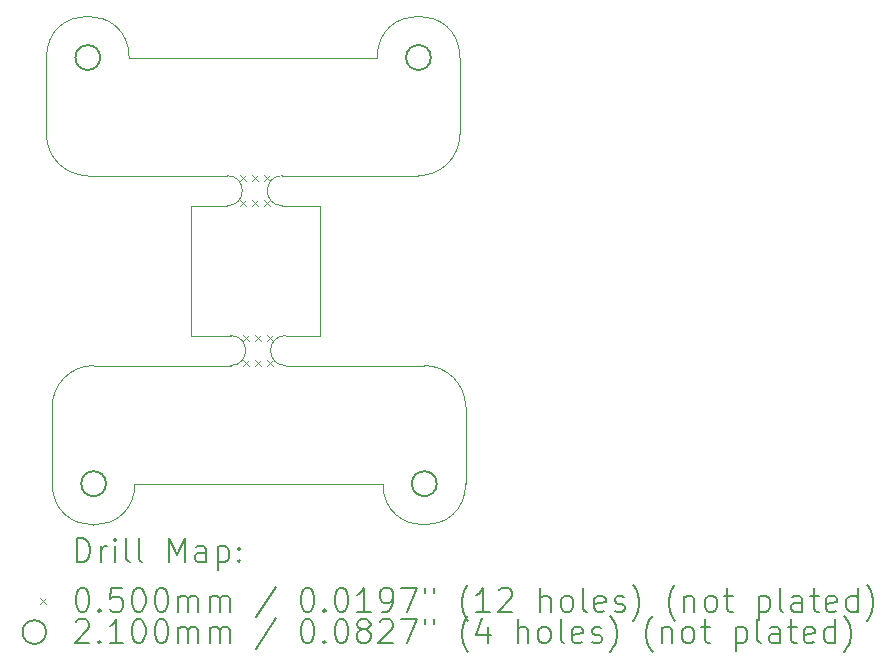
<source format=gbr>
%TF.GenerationSoftware,KiCad,Pcbnew,8.0.8*%
%TF.CreationDate,2025-04-24T20:50:18+02:00*%
%TF.ProjectId,IMU_PCBs,494d555f-5043-4427-932e-6b696361645f,rev?*%
%TF.SameCoordinates,Original*%
%TF.FileFunction,Drillmap*%
%TF.FilePolarity,Positive*%
%FSLAX45Y45*%
G04 Gerber Fmt 4.5, Leading zero omitted, Abs format (unit mm)*
G04 Created by KiCad (PCBNEW 8.0.8) date 2025-04-24 20:50:18*
%MOMM*%
%LPD*%
G01*
G04 APERTURE LIST*
%ADD10C,0.050000*%
%ADD11C,0.200000*%
%ADD12C,0.100000*%
%ADD13C,0.210000*%
G04 APERTURE END LIST*
D10*
X12677000Y-8251000D02*
X11517000Y-8251000D01*
X14317000Y-8251000D02*
X13143000Y-8251000D01*
X13143000Y-7997000D02*
X13438000Y-7997000D01*
X12677000Y-7997000D02*
X12338000Y-7997000D01*
X12338000Y-7997000D02*
X12338000Y-6897000D01*
X13438000Y-6897000D02*
X13438000Y-7997000D01*
X13115000Y-6897000D02*
X13438000Y-6897000D01*
X12649000Y-6897000D02*
X12338000Y-6897000D01*
X11468000Y-6643000D02*
X12649000Y-6643000D01*
X13115000Y-6643000D02*
X14268000Y-6643000D01*
X14667000Y-9251000D02*
X14667000Y-8601000D01*
X11167000Y-9251000D02*
X11167000Y-8601000D01*
X14317000Y-8251000D02*
G75*
G02*
X14667000Y-8601000I0J-350000D01*
G01*
X11867000Y-9251000D02*
G75*
G02*
X11167000Y-9251000I-350000J0D01*
G01*
X14667000Y-9251000D02*
G75*
G02*
X13967000Y-9251000I-350000J0D01*
G01*
X11167000Y-8601000D02*
G75*
G02*
X11517000Y-8251000I350000J0D01*
G01*
X13967000Y-9251000D02*
X11867000Y-9251000D01*
X11118000Y-5643000D02*
X11118000Y-6293000D01*
X11468000Y-6643000D02*
G75*
G02*
X11118000Y-6293000I0J350000D01*
G01*
X14618000Y-5643000D02*
X14618000Y-6293000D01*
X13918000Y-5643000D02*
G75*
G02*
X14618000Y-5643000I350000J0D01*
G01*
X11818000Y-5643000D02*
X13918000Y-5643000D01*
X14618000Y-6293000D02*
G75*
G02*
X14268000Y-6643000I-350000J0D01*
G01*
X11118000Y-5643000D02*
G75*
G02*
X11818000Y-5643000I350000J0D01*
G01*
X12677000Y-7997000D02*
G75*
G02*
X12677000Y-8251000I0J-127000D01*
G01*
X13143000Y-8251000D02*
G75*
G02*
X13143000Y-7997000I0J127000D01*
G01*
X12649000Y-6643000D02*
G75*
G02*
X12649000Y-6897000I0J-127000D01*
G01*
X13115000Y-6897000D02*
G75*
G02*
X13115000Y-6643000I0J127000D01*
G01*
D11*
D12*
X12757000Y-6638000D02*
X12807000Y-6688000D01*
X12807000Y-6638000D02*
X12757000Y-6688000D01*
X12757000Y-6851000D02*
X12807000Y-6901000D01*
X12807000Y-6851000D02*
X12757000Y-6901000D01*
X12785000Y-7992000D02*
X12835000Y-8042000D01*
X12835000Y-7992000D02*
X12785000Y-8042000D01*
X12785000Y-8205000D02*
X12835000Y-8255000D01*
X12835000Y-8205000D02*
X12785000Y-8255000D01*
X12856000Y-6638000D02*
X12906000Y-6688000D01*
X12906000Y-6638000D02*
X12856000Y-6688000D01*
X12857000Y-6851000D02*
X12907000Y-6901000D01*
X12907000Y-6851000D02*
X12857000Y-6901000D01*
X12884000Y-7992000D02*
X12934000Y-8042000D01*
X12934000Y-7992000D02*
X12884000Y-8042000D01*
X12885000Y-8205000D02*
X12935000Y-8255000D01*
X12935000Y-8205000D02*
X12885000Y-8255000D01*
X12957000Y-6638000D02*
X13007000Y-6688000D01*
X13007000Y-6638000D02*
X12957000Y-6688000D01*
X12957000Y-6851000D02*
X13007000Y-6901000D01*
X13007000Y-6851000D02*
X12957000Y-6901000D01*
X12985000Y-7992000D02*
X13035000Y-8042000D01*
X13035000Y-7992000D02*
X12985000Y-8042000D01*
X12985000Y-8205000D02*
X13035000Y-8255000D01*
X13035000Y-8205000D02*
X12985000Y-8255000D01*
D13*
X11573000Y-5643000D02*
G75*
G02*
X11363000Y-5643000I-105000J0D01*
G01*
X11363000Y-5643000D02*
G75*
G02*
X11573000Y-5643000I105000J0D01*
G01*
X11622000Y-9251000D02*
G75*
G02*
X11412000Y-9251000I-105000J0D01*
G01*
X11412000Y-9251000D02*
G75*
G02*
X11622000Y-9251000I105000J0D01*
G01*
X14373000Y-5643000D02*
G75*
G02*
X14163000Y-5643000I-105000J0D01*
G01*
X14163000Y-5643000D02*
G75*
G02*
X14373000Y-5643000I105000J0D01*
G01*
X14422000Y-9251000D02*
G75*
G02*
X14212000Y-9251000I-105000J0D01*
G01*
X14212000Y-9251000D02*
G75*
G02*
X14422000Y-9251000I105000J0D01*
G01*
D11*
X11376277Y-9914984D02*
X11376277Y-9714984D01*
X11376277Y-9714984D02*
X11423896Y-9714984D01*
X11423896Y-9714984D02*
X11452467Y-9724508D01*
X11452467Y-9724508D02*
X11471515Y-9743555D01*
X11471515Y-9743555D02*
X11481039Y-9762603D01*
X11481039Y-9762603D02*
X11490562Y-9800698D01*
X11490562Y-9800698D02*
X11490562Y-9829270D01*
X11490562Y-9829270D02*
X11481039Y-9867365D01*
X11481039Y-9867365D02*
X11471515Y-9886412D01*
X11471515Y-9886412D02*
X11452467Y-9905460D01*
X11452467Y-9905460D02*
X11423896Y-9914984D01*
X11423896Y-9914984D02*
X11376277Y-9914984D01*
X11576277Y-9914984D02*
X11576277Y-9781650D01*
X11576277Y-9819746D02*
X11585801Y-9800698D01*
X11585801Y-9800698D02*
X11595324Y-9791174D01*
X11595324Y-9791174D02*
X11614372Y-9781650D01*
X11614372Y-9781650D02*
X11633420Y-9781650D01*
X11700086Y-9914984D02*
X11700086Y-9781650D01*
X11700086Y-9714984D02*
X11690562Y-9724508D01*
X11690562Y-9724508D02*
X11700086Y-9734031D01*
X11700086Y-9734031D02*
X11709610Y-9724508D01*
X11709610Y-9724508D02*
X11700086Y-9714984D01*
X11700086Y-9714984D02*
X11700086Y-9734031D01*
X11823896Y-9914984D02*
X11804848Y-9905460D01*
X11804848Y-9905460D02*
X11795324Y-9886412D01*
X11795324Y-9886412D02*
X11795324Y-9714984D01*
X11928658Y-9914984D02*
X11909610Y-9905460D01*
X11909610Y-9905460D02*
X11900086Y-9886412D01*
X11900086Y-9886412D02*
X11900086Y-9714984D01*
X12157229Y-9914984D02*
X12157229Y-9714984D01*
X12157229Y-9714984D02*
X12223896Y-9857841D01*
X12223896Y-9857841D02*
X12290562Y-9714984D01*
X12290562Y-9714984D02*
X12290562Y-9914984D01*
X12471515Y-9914984D02*
X12471515Y-9810222D01*
X12471515Y-9810222D02*
X12461991Y-9791174D01*
X12461991Y-9791174D02*
X12442943Y-9781650D01*
X12442943Y-9781650D02*
X12404848Y-9781650D01*
X12404848Y-9781650D02*
X12385801Y-9791174D01*
X12471515Y-9905460D02*
X12452467Y-9914984D01*
X12452467Y-9914984D02*
X12404848Y-9914984D01*
X12404848Y-9914984D02*
X12385801Y-9905460D01*
X12385801Y-9905460D02*
X12376277Y-9886412D01*
X12376277Y-9886412D02*
X12376277Y-9867365D01*
X12376277Y-9867365D02*
X12385801Y-9848317D01*
X12385801Y-9848317D02*
X12404848Y-9838793D01*
X12404848Y-9838793D02*
X12452467Y-9838793D01*
X12452467Y-9838793D02*
X12471515Y-9829270D01*
X12566753Y-9781650D02*
X12566753Y-9981650D01*
X12566753Y-9791174D02*
X12585801Y-9781650D01*
X12585801Y-9781650D02*
X12623896Y-9781650D01*
X12623896Y-9781650D02*
X12642943Y-9791174D01*
X12642943Y-9791174D02*
X12652467Y-9800698D01*
X12652467Y-9800698D02*
X12661991Y-9819746D01*
X12661991Y-9819746D02*
X12661991Y-9876889D01*
X12661991Y-9876889D02*
X12652467Y-9895936D01*
X12652467Y-9895936D02*
X12642943Y-9905460D01*
X12642943Y-9905460D02*
X12623896Y-9914984D01*
X12623896Y-9914984D02*
X12585801Y-9914984D01*
X12585801Y-9914984D02*
X12566753Y-9905460D01*
X12747705Y-9895936D02*
X12757229Y-9905460D01*
X12757229Y-9905460D02*
X12747705Y-9914984D01*
X12747705Y-9914984D02*
X12738182Y-9905460D01*
X12738182Y-9905460D02*
X12747705Y-9895936D01*
X12747705Y-9895936D02*
X12747705Y-9914984D01*
X12747705Y-9791174D02*
X12757229Y-9800698D01*
X12757229Y-9800698D02*
X12747705Y-9810222D01*
X12747705Y-9810222D02*
X12738182Y-9800698D01*
X12738182Y-9800698D02*
X12747705Y-9791174D01*
X12747705Y-9791174D02*
X12747705Y-9810222D01*
D12*
X11065500Y-10218500D02*
X11115500Y-10268500D01*
X11115500Y-10218500D02*
X11065500Y-10268500D01*
D11*
X11414372Y-10134984D02*
X11433420Y-10134984D01*
X11433420Y-10134984D02*
X11452467Y-10144508D01*
X11452467Y-10144508D02*
X11461991Y-10154031D01*
X11461991Y-10154031D02*
X11471515Y-10173079D01*
X11471515Y-10173079D02*
X11481039Y-10211174D01*
X11481039Y-10211174D02*
X11481039Y-10258793D01*
X11481039Y-10258793D02*
X11471515Y-10296889D01*
X11471515Y-10296889D02*
X11461991Y-10315936D01*
X11461991Y-10315936D02*
X11452467Y-10325460D01*
X11452467Y-10325460D02*
X11433420Y-10334984D01*
X11433420Y-10334984D02*
X11414372Y-10334984D01*
X11414372Y-10334984D02*
X11395324Y-10325460D01*
X11395324Y-10325460D02*
X11385801Y-10315936D01*
X11385801Y-10315936D02*
X11376277Y-10296889D01*
X11376277Y-10296889D02*
X11366753Y-10258793D01*
X11366753Y-10258793D02*
X11366753Y-10211174D01*
X11366753Y-10211174D02*
X11376277Y-10173079D01*
X11376277Y-10173079D02*
X11385801Y-10154031D01*
X11385801Y-10154031D02*
X11395324Y-10144508D01*
X11395324Y-10144508D02*
X11414372Y-10134984D01*
X11566753Y-10315936D02*
X11576277Y-10325460D01*
X11576277Y-10325460D02*
X11566753Y-10334984D01*
X11566753Y-10334984D02*
X11557229Y-10325460D01*
X11557229Y-10325460D02*
X11566753Y-10315936D01*
X11566753Y-10315936D02*
X11566753Y-10334984D01*
X11757229Y-10134984D02*
X11661991Y-10134984D01*
X11661991Y-10134984D02*
X11652467Y-10230222D01*
X11652467Y-10230222D02*
X11661991Y-10220698D01*
X11661991Y-10220698D02*
X11681039Y-10211174D01*
X11681039Y-10211174D02*
X11728658Y-10211174D01*
X11728658Y-10211174D02*
X11747705Y-10220698D01*
X11747705Y-10220698D02*
X11757229Y-10230222D01*
X11757229Y-10230222D02*
X11766753Y-10249270D01*
X11766753Y-10249270D02*
X11766753Y-10296889D01*
X11766753Y-10296889D02*
X11757229Y-10315936D01*
X11757229Y-10315936D02*
X11747705Y-10325460D01*
X11747705Y-10325460D02*
X11728658Y-10334984D01*
X11728658Y-10334984D02*
X11681039Y-10334984D01*
X11681039Y-10334984D02*
X11661991Y-10325460D01*
X11661991Y-10325460D02*
X11652467Y-10315936D01*
X11890562Y-10134984D02*
X11909610Y-10134984D01*
X11909610Y-10134984D02*
X11928658Y-10144508D01*
X11928658Y-10144508D02*
X11938182Y-10154031D01*
X11938182Y-10154031D02*
X11947705Y-10173079D01*
X11947705Y-10173079D02*
X11957229Y-10211174D01*
X11957229Y-10211174D02*
X11957229Y-10258793D01*
X11957229Y-10258793D02*
X11947705Y-10296889D01*
X11947705Y-10296889D02*
X11938182Y-10315936D01*
X11938182Y-10315936D02*
X11928658Y-10325460D01*
X11928658Y-10325460D02*
X11909610Y-10334984D01*
X11909610Y-10334984D02*
X11890562Y-10334984D01*
X11890562Y-10334984D02*
X11871515Y-10325460D01*
X11871515Y-10325460D02*
X11861991Y-10315936D01*
X11861991Y-10315936D02*
X11852467Y-10296889D01*
X11852467Y-10296889D02*
X11842943Y-10258793D01*
X11842943Y-10258793D02*
X11842943Y-10211174D01*
X11842943Y-10211174D02*
X11852467Y-10173079D01*
X11852467Y-10173079D02*
X11861991Y-10154031D01*
X11861991Y-10154031D02*
X11871515Y-10144508D01*
X11871515Y-10144508D02*
X11890562Y-10134984D01*
X12081039Y-10134984D02*
X12100086Y-10134984D01*
X12100086Y-10134984D02*
X12119134Y-10144508D01*
X12119134Y-10144508D02*
X12128658Y-10154031D01*
X12128658Y-10154031D02*
X12138182Y-10173079D01*
X12138182Y-10173079D02*
X12147705Y-10211174D01*
X12147705Y-10211174D02*
X12147705Y-10258793D01*
X12147705Y-10258793D02*
X12138182Y-10296889D01*
X12138182Y-10296889D02*
X12128658Y-10315936D01*
X12128658Y-10315936D02*
X12119134Y-10325460D01*
X12119134Y-10325460D02*
X12100086Y-10334984D01*
X12100086Y-10334984D02*
X12081039Y-10334984D01*
X12081039Y-10334984D02*
X12061991Y-10325460D01*
X12061991Y-10325460D02*
X12052467Y-10315936D01*
X12052467Y-10315936D02*
X12042943Y-10296889D01*
X12042943Y-10296889D02*
X12033420Y-10258793D01*
X12033420Y-10258793D02*
X12033420Y-10211174D01*
X12033420Y-10211174D02*
X12042943Y-10173079D01*
X12042943Y-10173079D02*
X12052467Y-10154031D01*
X12052467Y-10154031D02*
X12061991Y-10144508D01*
X12061991Y-10144508D02*
X12081039Y-10134984D01*
X12233420Y-10334984D02*
X12233420Y-10201650D01*
X12233420Y-10220698D02*
X12242943Y-10211174D01*
X12242943Y-10211174D02*
X12261991Y-10201650D01*
X12261991Y-10201650D02*
X12290563Y-10201650D01*
X12290563Y-10201650D02*
X12309610Y-10211174D01*
X12309610Y-10211174D02*
X12319134Y-10230222D01*
X12319134Y-10230222D02*
X12319134Y-10334984D01*
X12319134Y-10230222D02*
X12328658Y-10211174D01*
X12328658Y-10211174D02*
X12347705Y-10201650D01*
X12347705Y-10201650D02*
X12376277Y-10201650D01*
X12376277Y-10201650D02*
X12395324Y-10211174D01*
X12395324Y-10211174D02*
X12404848Y-10230222D01*
X12404848Y-10230222D02*
X12404848Y-10334984D01*
X12500086Y-10334984D02*
X12500086Y-10201650D01*
X12500086Y-10220698D02*
X12509610Y-10211174D01*
X12509610Y-10211174D02*
X12528658Y-10201650D01*
X12528658Y-10201650D02*
X12557229Y-10201650D01*
X12557229Y-10201650D02*
X12576277Y-10211174D01*
X12576277Y-10211174D02*
X12585801Y-10230222D01*
X12585801Y-10230222D02*
X12585801Y-10334984D01*
X12585801Y-10230222D02*
X12595324Y-10211174D01*
X12595324Y-10211174D02*
X12614372Y-10201650D01*
X12614372Y-10201650D02*
X12642943Y-10201650D01*
X12642943Y-10201650D02*
X12661991Y-10211174D01*
X12661991Y-10211174D02*
X12671515Y-10230222D01*
X12671515Y-10230222D02*
X12671515Y-10334984D01*
X13061991Y-10125460D02*
X12890563Y-10382603D01*
X13319134Y-10134984D02*
X13338182Y-10134984D01*
X13338182Y-10134984D02*
X13357229Y-10144508D01*
X13357229Y-10144508D02*
X13366753Y-10154031D01*
X13366753Y-10154031D02*
X13376277Y-10173079D01*
X13376277Y-10173079D02*
X13385801Y-10211174D01*
X13385801Y-10211174D02*
X13385801Y-10258793D01*
X13385801Y-10258793D02*
X13376277Y-10296889D01*
X13376277Y-10296889D02*
X13366753Y-10315936D01*
X13366753Y-10315936D02*
X13357229Y-10325460D01*
X13357229Y-10325460D02*
X13338182Y-10334984D01*
X13338182Y-10334984D02*
X13319134Y-10334984D01*
X13319134Y-10334984D02*
X13300086Y-10325460D01*
X13300086Y-10325460D02*
X13290563Y-10315936D01*
X13290563Y-10315936D02*
X13281039Y-10296889D01*
X13281039Y-10296889D02*
X13271515Y-10258793D01*
X13271515Y-10258793D02*
X13271515Y-10211174D01*
X13271515Y-10211174D02*
X13281039Y-10173079D01*
X13281039Y-10173079D02*
X13290563Y-10154031D01*
X13290563Y-10154031D02*
X13300086Y-10144508D01*
X13300086Y-10144508D02*
X13319134Y-10134984D01*
X13471515Y-10315936D02*
X13481039Y-10325460D01*
X13481039Y-10325460D02*
X13471515Y-10334984D01*
X13471515Y-10334984D02*
X13461991Y-10325460D01*
X13461991Y-10325460D02*
X13471515Y-10315936D01*
X13471515Y-10315936D02*
X13471515Y-10334984D01*
X13604848Y-10134984D02*
X13623896Y-10134984D01*
X13623896Y-10134984D02*
X13642944Y-10144508D01*
X13642944Y-10144508D02*
X13652467Y-10154031D01*
X13652467Y-10154031D02*
X13661991Y-10173079D01*
X13661991Y-10173079D02*
X13671515Y-10211174D01*
X13671515Y-10211174D02*
X13671515Y-10258793D01*
X13671515Y-10258793D02*
X13661991Y-10296889D01*
X13661991Y-10296889D02*
X13652467Y-10315936D01*
X13652467Y-10315936D02*
X13642944Y-10325460D01*
X13642944Y-10325460D02*
X13623896Y-10334984D01*
X13623896Y-10334984D02*
X13604848Y-10334984D01*
X13604848Y-10334984D02*
X13585801Y-10325460D01*
X13585801Y-10325460D02*
X13576277Y-10315936D01*
X13576277Y-10315936D02*
X13566753Y-10296889D01*
X13566753Y-10296889D02*
X13557229Y-10258793D01*
X13557229Y-10258793D02*
X13557229Y-10211174D01*
X13557229Y-10211174D02*
X13566753Y-10173079D01*
X13566753Y-10173079D02*
X13576277Y-10154031D01*
X13576277Y-10154031D02*
X13585801Y-10144508D01*
X13585801Y-10144508D02*
X13604848Y-10134984D01*
X13861991Y-10334984D02*
X13747706Y-10334984D01*
X13804848Y-10334984D02*
X13804848Y-10134984D01*
X13804848Y-10134984D02*
X13785801Y-10163555D01*
X13785801Y-10163555D02*
X13766753Y-10182603D01*
X13766753Y-10182603D02*
X13747706Y-10192127D01*
X13957229Y-10334984D02*
X13995325Y-10334984D01*
X13995325Y-10334984D02*
X14014372Y-10325460D01*
X14014372Y-10325460D02*
X14023896Y-10315936D01*
X14023896Y-10315936D02*
X14042944Y-10287365D01*
X14042944Y-10287365D02*
X14052467Y-10249270D01*
X14052467Y-10249270D02*
X14052467Y-10173079D01*
X14052467Y-10173079D02*
X14042944Y-10154031D01*
X14042944Y-10154031D02*
X14033420Y-10144508D01*
X14033420Y-10144508D02*
X14014372Y-10134984D01*
X14014372Y-10134984D02*
X13976277Y-10134984D01*
X13976277Y-10134984D02*
X13957229Y-10144508D01*
X13957229Y-10144508D02*
X13947706Y-10154031D01*
X13947706Y-10154031D02*
X13938182Y-10173079D01*
X13938182Y-10173079D02*
X13938182Y-10220698D01*
X13938182Y-10220698D02*
X13947706Y-10239746D01*
X13947706Y-10239746D02*
X13957229Y-10249270D01*
X13957229Y-10249270D02*
X13976277Y-10258793D01*
X13976277Y-10258793D02*
X14014372Y-10258793D01*
X14014372Y-10258793D02*
X14033420Y-10249270D01*
X14033420Y-10249270D02*
X14042944Y-10239746D01*
X14042944Y-10239746D02*
X14052467Y-10220698D01*
X14119134Y-10134984D02*
X14252467Y-10134984D01*
X14252467Y-10134984D02*
X14166753Y-10334984D01*
X14319134Y-10134984D02*
X14319134Y-10173079D01*
X14395325Y-10134984D02*
X14395325Y-10173079D01*
X14690563Y-10411174D02*
X14681039Y-10401650D01*
X14681039Y-10401650D02*
X14661991Y-10373079D01*
X14661991Y-10373079D02*
X14652468Y-10354031D01*
X14652468Y-10354031D02*
X14642944Y-10325460D01*
X14642944Y-10325460D02*
X14633420Y-10277841D01*
X14633420Y-10277841D02*
X14633420Y-10239746D01*
X14633420Y-10239746D02*
X14642944Y-10192127D01*
X14642944Y-10192127D02*
X14652468Y-10163555D01*
X14652468Y-10163555D02*
X14661991Y-10144508D01*
X14661991Y-10144508D02*
X14681039Y-10115936D01*
X14681039Y-10115936D02*
X14690563Y-10106412D01*
X14871515Y-10334984D02*
X14757229Y-10334984D01*
X14814372Y-10334984D02*
X14814372Y-10134984D01*
X14814372Y-10134984D02*
X14795325Y-10163555D01*
X14795325Y-10163555D02*
X14776277Y-10182603D01*
X14776277Y-10182603D02*
X14757229Y-10192127D01*
X14947706Y-10154031D02*
X14957229Y-10144508D01*
X14957229Y-10144508D02*
X14976277Y-10134984D01*
X14976277Y-10134984D02*
X15023896Y-10134984D01*
X15023896Y-10134984D02*
X15042944Y-10144508D01*
X15042944Y-10144508D02*
X15052468Y-10154031D01*
X15052468Y-10154031D02*
X15061991Y-10173079D01*
X15061991Y-10173079D02*
X15061991Y-10192127D01*
X15061991Y-10192127D02*
X15052468Y-10220698D01*
X15052468Y-10220698D02*
X14938182Y-10334984D01*
X14938182Y-10334984D02*
X15061991Y-10334984D01*
X15300087Y-10334984D02*
X15300087Y-10134984D01*
X15385801Y-10334984D02*
X15385801Y-10230222D01*
X15385801Y-10230222D02*
X15376277Y-10211174D01*
X15376277Y-10211174D02*
X15357230Y-10201650D01*
X15357230Y-10201650D02*
X15328658Y-10201650D01*
X15328658Y-10201650D02*
X15309610Y-10211174D01*
X15309610Y-10211174D02*
X15300087Y-10220698D01*
X15509610Y-10334984D02*
X15490563Y-10325460D01*
X15490563Y-10325460D02*
X15481039Y-10315936D01*
X15481039Y-10315936D02*
X15471515Y-10296889D01*
X15471515Y-10296889D02*
X15471515Y-10239746D01*
X15471515Y-10239746D02*
X15481039Y-10220698D01*
X15481039Y-10220698D02*
X15490563Y-10211174D01*
X15490563Y-10211174D02*
X15509610Y-10201650D01*
X15509610Y-10201650D02*
X15538182Y-10201650D01*
X15538182Y-10201650D02*
X15557230Y-10211174D01*
X15557230Y-10211174D02*
X15566753Y-10220698D01*
X15566753Y-10220698D02*
X15576277Y-10239746D01*
X15576277Y-10239746D02*
X15576277Y-10296889D01*
X15576277Y-10296889D02*
X15566753Y-10315936D01*
X15566753Y-10315936D02*
X15557230Y-10325460D01*
X15557230Y-10325460D02*
X15538182Y-10334984D01*
X15538182Y-10334984D02*
X15509610Y-10334984D01*
X15690563Y-10334984D02*
X15671515Y-10325460D01*
X15671515Y-10325460D02*
X15661991Y-10306412D01*
X15661991Y-10306412D02*
X15661991Y-10134984D01*
X15842944Y-10325460D02*
X15823896Y-10334984D01*
X15823896Y-10334984D02*
X15785801Y-10334984D01*
X15785801Y-10334984D02*
X15766753Y-10325460D01*
X15766753Y-10325460D02*
X15757230Y-10306412D01*
X15757230Y-10306412D02*
X15757230Y-10230222D01*
X15757230Y-10230222D02*
X15766753Y-10211174D01*
X15766753Y-10211174D02*
X15785801Y-10201650D01*
X15785801Y-10201650D02*
X15823896Y-10201650D01*
X15823896Y-10201650D02*
X15842944Y-10211174D01*
X15842944Y-10211174D02*
X15852468Y-10230222D01*
X15852468Y-10230222D02*
X15852468Y-10249270D01*
X15852468Y-10249270D02*
X15757230Y-10268317D01*
X15928658Y-10325460D02*
X15947706Y-10334984D01*
X15947706Y-10334984D02*
X15985801Y-10334984D01*
X15985801Y-10334984D02*
X16004849Y-10325460D01*
X16004849Y-10325460D02*
X16014372Y-10306412D01*
X16014372Y-10306412D02*
X16014372Y-10296889D01*
X16014372Y-10296889D02*
X16004849Y-10277841D01*
X16004849Y-10277841D02*
X15985801Y-10268317D01*
X15985801Y-10268317D02*
X15957230Y-10268317D01*
X15957230Y-10268317D02*
X15938182Y-10258793D01*
X15938182Y-10258793D02*
X15928658Y-10239746D01*
X15928658Y-10239746D02*
X15928658Y-10230222D01*
X15928658Y-10230222D02*
X15938182Y-10211174D01*
X15938182Y-10211174D02*
X15957230Y-10201650D01*
X15957230Y-10201650D02*
X15985801Y-10201650D01*
X15985801Y-10201650D02*
X16004849Y-10211174D01*
X16081039Y-10411174D02*
X16090563Y-10401650D01*
X16090563Y-10401650D02*
X16109611Y-10373079D01*
X16109611Y-10373079D02*
X16119134Y-10354031D01*
X16119134Y-10354031D02*
X16128658Y-10325460D01*
X16128658Y-10325460D02*
X16138182Y-10277841D01*
X16138182Y-10277841D02*
X16138182Y-10239746D01*
X16138182Y-10239746D02*
X16128658Y-10192127D01*
X16128658Y-10192127D02*
X16119134Y-10163555D01*
X16119134Y-10163555D02*
X16109611Y-10144508D01*
X16109611Y-10144508D02*
X16090563Y-10115936D01*
X16090563Y-10115936D02*
X16081039Y-10106412D01*
X16442944Y-10411174D02*
X16433420Y-10401650D01*
X16433420Y-10401650D02*
X16414372Y-10373079D01*
X16414372Y-10373079D02*
X16404849Y-10354031D01*
X16404849Y-10354031D02*
X16395325Y-10325460D01*
X16395325Y-10325460D02*
X16385801Y-10277841D01*
X16385801Y-10277841D02*
X16385801Y-10239746D01*
X16385801Y-10239746D02*
X16395325Y-10192127D01*
X16395325Y-10192127D02*
X16404849Y-10163555D01*
X16404849Y-10163555D02*
X16414372Y-10144508D01*
X16414372Y-10144508D02*
X16433420Y-10115936D01*
X16433420Y-10115936D02*
X16442944Y-10106412D01*
X16519134Y-10201650D02*
X16519134Y-10334984D01*
X16519134Y-10220698D02*
X16528658Y-10211174D01*
X16528658Y-10211174D02*
X16547706Y-10201650D01*
X16547706Y-10201650D02*
X16576277Y-10201650D01*
X16576277Y-10201650D02*
X16595325Y-10211174D01*
X16595325Y-10211174D02*
X16604849Y-10230222D01*
X16604849Y-10230222D02*
X16604849Y-10334984D01*
X16728658Y-10334984D02*
X16709611Y-10325460D01*
X16709611Y-10325460D02*
X16700087Y-10315936D01*
X16700087Y-10315936D02*
X16690563Y-10296889D01*
X16690563Y-10296889D02*
X16690563Y-10239746D01*
X16690563Y-10239746D02*
X16700087Y-10220698D01*
X16700087Y-10220698D02*
X16709611Y-10211174D01*
X16709611Y-10211174D02*
X16728658Y-10201650D01*
X16728658Y-10201650D02*
X16757230Y-10201650D01*
X16757230Y-10201650D02*
X16776277Y-10211174D01*
X16776277Y-10211174D02*
X16785801Y-10220698D01*
X16785801Y-10220698D02*
X16795325Y-10239746D01*
X16795325Y-10239746D02*
X16795325Y-10296889D01*
X16795325Y-10296889D02*
X16785801Y-10315936D01*
X16785801Y-10315936D02*
X16776277Y-10325460D01*
X16776277Y-10325460D02*
X16757230Y-10334984D01*
X16757230Y-10334984D02*
X16728658Y-10334984D01*
X16852468Y-10201650D02*
X16928658Y-10201650D01*
X16881039Y-10134984D02*
X16881039Y-10306412D01*
X16881039Y-10306412D02*
X16890563Y-10325460D01*
X16890563Y-10325460D02*
X16909611Y-10334984D01*
X16909611Y-10334984D02*
X16928658Y-10334984D01*
X17147706Y-10201650D02*
X17147706Y-10401650D01*
X17147706Y-10211174D02*
X17166754Y-10201650D01*
X17166754Y-10201650D02*
X17204849Y-10201650D01*
X17204849Y-10201650D02*
X17223896Y-10211174D01*
X17223896Y-10211174D02*
X17233420Y-10220698D01*
X17233420Y-10220698D02*
X17242944Y-10239746D01*
X17242944Y-10239746D02*
X17242944Y-10296889D01*
X17242944Y-10296889D02*
X17233420Y-10315936D01*
X17233420Y-10315936D02*
X17223896Y-10325460D01*
X17223896Y-10325460D02*
X17204849Y-10334984D01*
X17204849Y-10334984D02*
X17166754Y-10334984D01*
X17166754Y-10334984D02*
X17147706Y-10325460D01*
X17357230Y-10334984D02*
X17338182Y-10325460D01*
X17338182Y-10325460D02*
X17328658Y-10306412D01*
X17328658Y-10306412D02*
X17328658Y-10134984D01*
X17519135Y-10334984D02*
X17519135Y-10230222D01*
X17519135Y-10230222D02*
X17509611Y-10211174D01*
X17509611Y-10211174D02*
X17490563Y-10201650D01*
X17490563Y-10201650D02*
X17452468Y-10201650D01*
X17452468Y-10201650D02*
X17433420Y-10211174D01*
X17519135Y-10325460D02*
X17500087Y-10334984D01*
X17500087Y-10334984D02*
X17452468Y-10334984D01*
X17452468Y-10334984D02*
X17433420Y-10325460D01*
X17433420Y-10325460D02*
X17423896Y-10306412D01*
X17423896Y-10306412D02*
X17423896Y-10287365D01*
X17423896Y-10287365D02*
X17433420Y-10268317D01*
X17433420Y-10268317D02*
X17452468Y-10258793D01*
X17452468Y-10258793D02*
X17500087Y-10258793D01*
X17500087Y-10258793D02*
X17519135Y-10249270D01*
X17585801Y-10201650D02*
X17661992Y-10201650D01*
X17614373Y-10134984D02*
X17614373Y-10306412D01*
X17614373Y-10306412D02*
X17623896Y-10325460D01*
X17623896Y-10325460D02*
X17642944Y-10334984D01*
X17642944Y-10334984D02*
X17661992Y-10334984D01*
X17804849Y-10325460D02*
X17785801Y-10334984D01*
X17785801Y-10334984D02*
X17747706Y-10334984D01*
X17747706Y-10334984D02*
X17728658Y-10325460D01*
X17728658Y-10325460D02*
X17719135Y-10306412D01*
X17719135Y-10306412D02*
X17719135Y-10230222D01*
X17719135Y-10230222D02*
X17728658Y-10211174D01*
X17728658Y-10211174D02*
X17747706Y-10201650D01*
X17747706Y-10201650D02*
X17785801Y-10201650D01*
X17785801Y-10201650D02*
X17804849Y-10211174D01*
X17804849Y-10211174D02*
X17814373Y-10230222D01*
X17814373Y-10230222D02*
X17814373Y-10249270D01*
X17814373Y-10249270D02*
X17719135Y-10268317D01*
X17985801Y-10334984D02*
X17985801Y-10134984D01*
X17985801Y-10325460D02*
X17966754Y-10334984D01*
X17966754Y-10334984D02*
X17928658Y-10334984D01*
X17928658Y-10334984D02*
X17909611Y-10325460D01*
X17909611Y-10325460D02*
X17900087Y-10315936D01*
X17900087Y-10315936D02*
X17890563Y-10296889D01*
X17890563Y-10296889D02*
X17890563Y-10239746D01*
X17890563Y-10239746D02*
X17900087Y-10220698D01*
X17900087Y-10220698D02*
X17909611Y-10211174D01*
X17909611Y-10211174D02*
X17928658Y-10201650D01*
X17928658Y-10201650D02*
X17966754Y-10201650D01*
X17966754Y-10201650D02*
X17985801Y-10211174D01*
X18061992Y-10411174D02*
X18071516Y-10401650D01*
X18071516Y-10401650D02*
X18090563Y-10373079D01*
X18090563Y-10373079D02*
X18100087Y-10354031D01*
X18100087Y-10354031D02*
X18109611Y-10325460D01*
X18109611Y-10325460D02*
X18119135Y-10277841D01*
X18119135Y-10277841D02*
X18119135Y-10239746D01*
X18119135Y-10239746D02*
X18109611Y-10192127D01*
X18109611Y-10192127D02*
X18100087Y-10163555D01*
X18100087Y-10163555D02*
X18090563Y-10144508D01*
X18090563Y-10144508D02*
X18071516Y-10115936D01*
X18071516Y-10115936D02*
X18061992Y-10106412D01*
X11115500Y-10507500D02*
G75*
G02*
X10915500Y-10507500I-100000J0D01*
G01*
X10915500Y-10507500D02*
G75*
G02*
X11115500Y-10507500I100000J0D01*
G01*
X11366753Y-10418031D02*
X11376277Y-10408508D01*
X11376277Y-10408508D02*
X11395324Y-10398984D01*
X11395324Y-10398984D02*
X11442943Y-10398984D01*
X11442943Y-10398984D02*
X11461991Y-10408508D01*
X11461991Y-10408508D02*
X11471515Y-10418031D01*
X11471515Y-10418031D02*
X11481039Y-10437079D01*
X11481039Y-10437079D02*
X11481039Y-10456127D01*
X11481039Y-10456127D02*
X11471515Y-10484698D01*
X11471515Y-10484698D02*
X11357229Y-10598984D01*
X11357229Y-10598984D02*
X11481039Y-10598984D01*
X11566753Y-10579936D02*
X11576277Y-10589460D01*
X11576277Y-10589460D02*
X11566753Y-10598984D01*
X11566753Y-10598984D02*
X11557229Y-10589460D01*
X11557229Y-10589460D02*
X11566753Y-10579936D01*
X11566753Y-10579936D02*
X11566753Y-10598984D01*
X11766753Y-10598984D02*
X11652467Y-10598984D01*
X11709610Y-10598984D02*
X11709610Y-10398984D01*
X11709610Y-10398984D02*
X11690562Y-10427555D01*
X11690562Y-10427555D02*
X11671515Y-10446603D01*
X11671515Y-10446603D02*
X11652467Y-10456127D01*
X11890562Y-10398984D02*
X11909610Y-10398984D01*
X11909610Y-10398984D02*
X11928658Y-10408508D01*
X11928658Y-10408508D02*
X11938182Y-10418031D01*
X11938182Y-10418031D02*
X11947705Y-10437079D01*
X11947705Y-10437079D02*
X11957229Y-10475174D01*
X11957229Y-10475174D02*
X11957229Y-10522793D01*
X11957229Y-10522793D02*
X11947705Y-10560889D01*
X11947705Y-10560889D02*
X11938182Y-10579936D01*
X11938182Y-10579936D02*
X11928658Y-10589460D01*
X11928658Y-10589460D02*
X11909610Y-10598984D01*
X11909610Y-10598984D02*
X11890562Y-10598984D01*
X11890562Y-10598984D02*
X11871515Y-10589460D01*
X11871515Y-10589460D02*
X11861991Y-10579936D01*
X11861991Y-10579936D02*
X11852467Y-10560889D01*
X11852467Y-10560889D02*
X11842943Y-10522793D01*
X11842943Y-10522793D02*
X11842943Y-10475174D01*
X11842943Y-10475174D02*
X11852467Y-10437079D01*
X11852467Y-10437079D02*
X11861991Y-10418031D01*
X11861991Y-10418031D02*
X11871515Y-10408508D01*
X11871515Y-10408508D02*
X11890562Y-10398984D01*
X12081039Y-10398984D02*
X12100086Y-10398984D01*
X12100086Y-10398984D02*
X12119134Y-10408508D01*
X12119134Y-10408508D02*
X12128658Y-10418031D01*
X12128658Y-10418031D02*
X12138182Y-10437079D01*
X12138182Y-10437079D02*
X12147705Y-10475174D01*
X12147705Y-10475174D02*
X12147705Y-10522793D01*
X12147705Y-10522793D02*
X12138182Y-10560889D01*
X12138182Y-10560889D02*
X12128658Y-10579936D01*
X12128658Y-10579936D02*
X12119134Y-10589460D01*
X12119134Y-10589460D02*
X12100086Y-10598984D01*
X12100086Y-10598984D02*
X12081039Y-10598984D01*
X12081039Y-10598984D02*
X12061991Y-10589460D01*
X12061991Y-10589460D02*
X12052467Y-10579936D01*
X12052467Y-10579936D02*
X12042943Y-10560889D01*
X12042943Y-10560889D02*
X12033420Y-10522793D01*
X12033420Y-10522793D02*
X12033420Y-10475174D01*
X12033420Y-10475174D02*
X12042943Y-10437079D01*
X12042943Y-10437079D02*
X12052467Y-10418031D01*
X12052467Y-10418031D02*
X12061991Y-10408508D01*
X12061991Y-10408508D02*
X12081039Y-10398984D01*
X12233420Y-10598984D02*
X12233420Y-10465650D01*
X12233420Y-10484698D02*
X12242943Y-10475174D01*
X12242943Y-10475174D02*
X12261991Y-10465650D01*
X12261991Y-10465650D02*
X12290563Y-10465650D01*
X12290563Y-10465650D02*
X12309610Y-10475174D01*
X12309610Y-10475174D02*
X12319134Y-10494222D01*
X12319134Y-10494222D02*
X12319134Y-10598984D01*
X12319134Y-10494222D02*
X12328658Y-10475174D01*
X12328658Y-10475174D02*
X12347705Y-10465650D01*
X12347705Y-10465650D02*
X12376277Y-10465650D01*
X12376277Y-10465650D02*
X12395324Y-10475174D01*
X12395324Y-10475174D02*
X12404848Y-10494222D01*
X12404848Y-10494222D02*
X12404848Y-10598984D01*
X12500086Y-10598984D02*
X12500086Y-10465650D01*
X12500086Y-10484698D02*
X12509610Y-10475174D01*
X12509610Y-10475174D02*
X12528658Y-10465650D01*
X12528658Y-10465650D02*
X12557229Y-10465650D01*
X12557229Y-10465650D02*
X12576277Y-10475174D01*
X12576277Y-10475174D02*
X12585801Y-10494222D01*
X12585801Y-10494222D02*
X12585801Y-10598984D01*
X12585801Y-10494222D02*
X12595324Y-10475174D01*
X12595324Y-10475174D02*
X12614372Y-10465650D01*
X12614372Y-10465650D02*
X12642943Y-10465650D01*
X12642943Y-10465650D02*
X12661991Y-10475174D01*
X12661991Y-10475174D02*
X12671515Y-10494222D01*
X12671515Y-10494222D02*
X12671515Y-10598984D01*
X13061991Y-10389460D02*
X12890563Y-10646603D01*
X13319134Y-10398984D02*
X13338182Y-10398984D01*
X13338182Y-10398984D02*
X13357229Y-10408508D01*
X13357229Y-10408508D02*
X13366753Y-10418031D01*
X13366753Y-10418031D02*
X13376277Y-10437079D01*
X13376277Y-10437079D02*
X13385801Y-10475174D01*
X13385801Y-10475174D02*
X13385801Y-10522793D01*
X13385801Y-10522793D02*
X13376277Y-10560889D01*
X13376277Y-10560889D02*
X13366753Y-10579936D01*
X13366753Y-10579936D02*
X13357229Y-10589460D01*
X13357229Y-10589460D02*
X13338182Y-10598984D01*
X13338182Y-10598984D02*
X13319134Y-10598984D01*
X13319134Y-10598984D02*
X13300086Y-10589460D01*
X13300086Y-10589460D02*
X13290563Y-10579936D01*
X13290563Y-10579936D02*
X13281039Y-10560889D01*
X13281039Y-10560889D02*
X13271515Y-10522793D01*
X13271515Y-10522793D02*
X13271515Y-10475174D01*
X13271515Y-10475174D02*
X13281039Y-10437079D01*
X13281039Y-10437079D02*
X13290563Y-10418031D01*
X13290563Y-10418031D02*
X13300086Y-10408508D01*
X13300086Y-10408508D02*
X13319134Y-10398984D01*
X13471515Y-10579936D02*
X13481039Y-10589460D01*
X13481039Y-10589460D02*
X13471515Y-10598984D01*
X13471515Y-10598984D02*
X13461991Y-10589460D01*
X13461991Y-10589460D02*
X13471515Y-10579936D01*
X13471515Y-10579936D02*
X13471515Y-10598984D01*
X13604848Y-10398984D02*
X13623896Y-10398984D01*
X13623896Y-10398984D02*
X13642944Y-10408508D01*
X13642944Y-10408508D02*
X13652467Y-10418031D01*
X13652467Y-10418031D02*
X13661991Y-10437079D01*
X13661991Y-10437079D02*
X13671515Y-10475174D01*
X13671515Y-10475174D02*
X13671515Y-10522793D01*
X13671515Y-10522793D02*
X13661991Y-10560889D01*
X13661991Y-10560889D02*
X13652467Y-10579936D01*
X13652467Y-10579936D02*
X13642944Y-10589460D01*
X13642944Y-10589460D02*
X13623896Y-10598984D01*
X13623896Y-10598984D02*
X13604848Y-10598984D01*
X13604848Y-10598984D02*
X13585801Y-10589460D01*
X13585801Y-10589460D02*
X13576277Y-10579936D01*
X13576277Y-10579936D02*
X13566753Y-10560889D01*
X13566753Y-10560889D02*
X13557229Y-10522793D01*
X13557229Y-10522793D02*
X13557229Y-10475174D01*
X13557229Y-10475174D02*
X13566753Y-10437079D01*
X13566753Y-10437079D02*
X13576277Y-10418031D01*
X13576277Y-10418031D02*
X13585801Y-10408508D01*
X13585801Y-10408508D02*
X13604848Y-10398984D01*
X13785801Y-10484698D02*
X13766753Y-10475174D01*
X13766753Y-10475174D02*
X13757229Y-10465650D01*
X13757229Y-10465650D02*
X13747706Y-10446603D01*
X13747706Y-10446603D02*
X13747706Y-10437079D01*
X13747706Y-10437079D02*
X13757229Y-10418031D01*
X13757229Y-10418031D02*
X13766753Y-10408508D01*
X13766753Y-10408508D02*
X13785801Y-10398984D01*
X13785801Y-10398984D02*
X13823896Y-10398984D01*
X13823896Y-10398984D02*
X13842944Y-10408508D01*
X13842944Y-10408508D02*
X13852467Y-10418031D01*
X13852467Y-10418031D02*
X13861991Y-10437079D01*
X13861991Y-10437079D02*
X13861991Y-10446603D01*
X13861991Y-10446603D02*
X13852467Y-10465650D01*
X13852467Y-10465650D02*
X13842944Y-10475174D01*
X13842944Y-10475174D02*
X13823896Y-10484698D01*
X13823896Y-10484698D02*
X13785801Y-10484698D01*
X13785801Y-10484698D02*
X13766753Y-10494222D01*
X13766753Y-10494222D02*
X13757229Y-10503746D01*
X13757229Y-10503746D02*
X13747706Y-10522793D01*
X13747706Y-10522793D02*
X13747706Y-10560889D01*
X13747706Y-10560889D02*
X13757229Y-10579936D01*
X13757229Y-10579936D02*
X13766753Y-10589460D01*
X13766753Y-10589460D02*
X13785801Y-10598984D01*
X13785801Y-10598984D02*
X13823896Y-10598984D01*
X13823896Y-10598984D02*
X13842944Y-10589460D01*
X13842944Y-10589460D02*
X13852467Y-10579936D01*
X13852467Y-10579936D02*
X13861991Y-10560889D01*
X13861991Y-10560889D02*
X13861991Y-10522793D01*
X13861991Y-10522793D02*
X13852467Y-10503746D01*
X13852467Y-10503746D02*
X13842944Y-10494222D01*
X13842944Y-10494222D02*
X13823896Y-10484698D01*
X13938182Y-10418031D02*
X13947706Y-10408508D01*
X13947706Y-10408508D02*
X13966753Y-10398984D01*
X13966753Y-10398984D02*
X14014372Y-10398984D01*
X14014372Y-10398984D02*
X14033420Y-10408508D01*
X14033420Y-10408508D02*
X14042944Y-10418031D01*
X14042944Y-10418031D02*
X14052467Y-10437079D01*
X14052467Y-10437079D02*
X14052467Y-10456127D01*
X14052467Y-10456127D02*
X14042944Y-10484698D01*
X14042944Y-10484698D02*
X13928658Y-10598984D01*
X13928658Y-10598984D02*
X14052467Y-10598984D01*
X14119134Y-10398984D02*
X14252467Y-10398984D01*
X14252467Y-10398984D02*
X14166753Y-10598984D01*
X14319134Y-10398984D02*
X14319134Y-10437079D01*
X14395325Y-10398984D02*
X14395325Y-10437079D01*
X14690563Y-10675174D02*
X14681039Y-10665650D01*
X14681039Y-10665650D02*
X14661991Y-10637079D01*
X14661991Y-10637079D02*
X14652468Y-10618031D01*
X14652468Y-10618031D02*
X14642944Y-10589460D01*
X14642944Y-10589460D02*
X14633420Y-10541841D01*
X14633420Y-10541841D02*
X14633420Y-10503746D01*
X14633420Y-10503746D02*
X14642944Y-10456127D01*
X14642944Y-10456127D02*
X14652468Y-10427555D01*
X14652468Y-10427555D02*
X14661991Y-10408508D01*
X14661991Y-10408508D02*
X14681039Y-10379936D01*
X14681039Y-10379936D02*
X14690563Y-10370412D01*
X14852468Y-10465650D02*
X14852468Y-10598984D01*
X14804848Y-10389460D02*
X14757229Y-10532317D01*
X14757229Y-10532317D02*
X14881039Y-10532317D01*
X15109610Y-10598984D02*
X15109610Y-10398984D01*
X15195325Y-10598984D02*
X15195325Y-10494222D01*
X15195325Y-10494222D02*
X15185801Y-10475174D01*
X15185801Y-10475174D02*
X15166753Y-10465650D01*
X15166753Y-10465650D02*
X15138182Y-10465650D01*
X15138182Y-10465650D02*
X15119134Y-10475174D01*
X15119134Y-10475174D02*
X15109610Y-10484698D01*
X15319134Y-10598984D02*
X15300087Y-10589460D01*
X15300087Y-10589460D02*
X15290563Y-10579936D01*
X15290563Y-10579936D02*
X15281039Y-10560889D01*
X15281039Y-10560889D02*
X15281039Y-10503746D01*
X15281039Y-10503746D02*
X15290563Y-10484698D01*
X15290563Y-10484698D02*
X15300087Y-10475174D01*
X15300087Y-10475174D02*
X15319134Y-10465650D01*
X15319134Y-10465650D02*
X15347706Y-10465650D01*
X15347706Y-10465650D02*
X15366753Y-10475174D01*
X15366753Y-10475174D02*
X15376277Y-10484698D01*
X15376277Y-10484698D02*
X15385801Y-10503746D01*
X15385801Y-10503746D02*
X15385801Y-10560889D01*
X15385801Y-10560889D02*
X15376277Y-10579936D01*
X15376277Y-10579936D02*
X15366753Y-10589460D01*
X15366753Y-10589460D02*
X15347706Y-10598984D01*
X15347706Y-10598984D02*
X15319134Y-10598984D01*
X15500087Y-10598984D02*
X15481039Y-10589460D01*
X15481039Y-10589460D02*
X15471515Y-10570412D01*
X15471515Y-10570412D02*
X15471515Y-10398984D01*
X15652468Y-10589460D02*
X15633420Y-10598984D01*
X15633420Y-10598984D02*
X15595325Y-10598984D01*
X15595325Y-10598984D02*
X15576277Y-10589460D01*
X15576277Y-10589460D02*
X15566753Y-10570412D01*
X15566753Y-10570412D02*
X15566753Y-10494222D01*
X15566753Y-10494222D02*
X15576277Y-10475174D01*
X15576277Y-10475174D02*
X15595325Y-10465650D01*
X15595325Y-10465650D02*
X15633420Y-10465650D01*
X15633420Y-10465650D02*
X15652468Y-10475174D01*
X15652468Y-10475174D02*
X15661991Y-10494222D01*
X15661991Y-10494222D02*
X15661991Y-10513270D01*
X15661991Y-10513270D02*
X15566753Y-10532317D01*
X15738182Y-10589460D02*
X15757230Y-10598984D01*
X15757230Y-10598984D02*
X15795325Y-10598984D01*
X15795325Y-10598984D02*
X15814372Y-10589460D01*
X15814372Y-10589460D02*
X15823896Y-10570412D01*
X15823896Y-10570412D02*
X15823896Y-10560889D01*
X15823896Y-10560889D02*
X15814372Y-10541841D01*
X15814372Y-10541841D02*
X15795325Y-10532317D01*
X15795325Y-10532317D02*
X15766753Y-10532317D01*
X15766753Y-10532317D02*
X15747706Y-10522793D01*
X15747706Y-10522793D02*
X15738182Y-10503746D01*
X15738182Y-10503746D02*
X15738182Y-10494222D01*
X15738182Y-10494222D02*
X15747706Y-10475174D01*
X15747706Y-10475174D02*
X15766753Y-10465650D01*
X15766753Y-10465650D02*
X15795325Y-10465650D01*
X15795325Y-10465650D02*
X15814372Y-10475174D01*
X15890563Y-10675174D02*
X15900087Y-10665650D01*
X15900087Y-10665650D02*
X15919134Y-10637079D01*
X15919134Y-10637079D02*
X15928658Y-10618031D01*
X15928658Y-10618031D02*
X15938182Y-10589460D01*
X15938182Y-10589460D02*
X15947706Y-10541841D01*
X15947706Y-10541841D02*
X15947706Y-10503746D01*
X15947706Y-10503746D02*
X15938182Y-10456127D01*
X15938182Y-10456127D02*
X15928658Y-10427555D01*
X15928658Y-10427555D02*
X15919134Y-10408508D01*
X15919134Y-10408508D02*
X15900087Y-10379936D01*
X15900087Y-10379936D02*
X15890563Y-10370412D01*
X16252468Y-10675174D02*
X16242944Y-10665650D01*
X16242944Y-10665650D02*
X16223896Y-10637079D01*
X16223896Y-10637079D02*
X16214372Y-10618031D01*
X16214372Y-10618031D02*
X16204849Y-10589460D01*
X16204849Y-10589460D02*
X16195325Y-10541841D01*
X16195325Y-10541841D02*
X16195325Y-10503746D01*
X16195325Y-10503746D02*
X16204849Y-10456127D01*
X16204849Y-10456127D02*
X16214372Y-10427555D01*
X16214372Y-10427555D02*
X16223896Y-10408508D01*
X16223896Y-10408508D02*
X16242944Y-10379936D01*
X16242944Y-10379936D02*
X16252468Y-10370412D01*
X16328658Y-10465650D02*
X16328658Y-10598984D01*
X16328658Y-10484698D02*
X16338182Y-10475174D01*
X16338182Y-10475174D02*
X16357230Y-10465650D01*
X16357230Y-10465650D02*
X16385801Y-10465650D01*
X16385801Y-10465650D02*
X16404849Y-10475174D01*
X16404849Y-10475174D02*
X16414372Y-10494222D01*
X16414372Y-10494222D02*
X16414372Y-10598984D01*
X16538182Y-10598984D02*
X16519134Y-10589460D01*
X16519134Y-10589460D02*
X16509611Y-10579936D01*
X16509611Y-10579936D02*
X16500087Y-10560889D01*
X16500087Y-10560889D02*
X16500087Y-10503746D01*
X16500087Y-10503746D02*
X16509611Y-10484698D01*
X16509611Y-10484698D02*
X16519134Y-10475174D01*
X16519134Y-10475174D02*
X16538182Y-10465650D01*
X16538182Y-10465650D02*
X16566753Y-10465650D01*
X16566753Y-10465650D02*
X16585801Y-10475174D01*
X16585801Y-10475174D02*
X16595325Y-10484698D01*
X16595325Y-10484698D02*
X16604849Y-10503746D01*
X16604849Y-10503746D02*
X16604849Y-10560889D01*
X16604849Y-10560889D02*
X16595325Y-10579936D01*
X16595325Y-10579936D02*
X16585801Y-10589460D01*
X16585801Y-10589460D02*
X16566753Y-10598984D01*
X16566753Y-10598984D02*
X16538182Y-10598984D01*
X16661992Y-10465650D02*
X16738182Y-10465650D01*
X16690563Y-10398984D02*
X16690563Y-10570412D01*
X16690563Y-10570412D02*
X16700087Y-10589460D01*
X16700087Y-10589460D02*
X16719134Y-10598984D01*
X16719134Y-10598984D02*
X16738182Y-10598984D01*
X16957230Y-10465650D02*
X16957230Y-10665650D01*
X16957230Y-10475174D02*
X16976277Y-10465650D01*
X16976277Y-10465650D02*
X17014373Y-10465650D01*
X17014373Y-10465650D02*
X17033420Y-10475174D01*
X17033420Y-10475174D02*
X17042944Y-10484698D01*
X17042944Y-10484698D02*
X17052468Y-10503746D01*
X17052468Y-10503746D02*
X17052468Y-10560889D01*
X17052468Y-10560889D02*
X17042944Y-10579936D01*
X17042944Y-10579936D02*
X17033420Y-10589460D01*
X17033420Y-10589460D02*
X17014373Y-10598984D01*
X17014373Y-10598984D02*
X16976277Y-10598984D01*
X16976277Y-10598984D02*
X16957230Y-10589460D01*
X17166754Y-10598984D02*
X17147706Y-10589460D01*
X17147706Y-10589460D02*
X17138182Y-10570412D01*
X17138182Y-10570412D02*
X17138182Y-10398984D01*
X17328658Y-10598984D02*
X17328658Y-10494222D01*
X17328658Y-10494222D02*
X17319135Y-10475174D01*
X17319135Y-10475174D02*
X17300087Y-10465650D01*
X17300087Y-10465650D02*
X17261992Y-10465650D01*
X17261992Y-10465650D02*
X17242944Y-10475174D01*
X17328658Y-10589460D02*
X17309611Y-10598984D01*
X17309611Y-10598984D02*
X17261992Y-10598984D01*
X17261992Y-10598984D02*
X17242944Y-10589460D01*
X17242944Y-10589460D02*
X17233420Y-10570412D01*
X17233420Y-10570412D02*
X17233420Y-10551365D01*
X17233420Y-10551365D02*
X17242944Y-10532317D01*
X17242944Y-10532317D02*
X17261992Y-10522793D01*
X17261992Y-10522793D02*
X17309611Y-10522793D01*
X17309611Y-10522793D02*
X17328658Y-10513270D01*
X17395325Y-10465650D02*
X17471515Y-10465650D01*
X17423896Y-10398984D02*
X17423896Y-10570412D01*
X17423896Y-10570412D02*
X17433420Y-10589460D01*
X17433420Y-10589460D02*
X17452468Y-10598984D01*
X17452468Y-10598984D02*
X17471515Y-10598984D01*
X17614373Y-10589460D02*
X17595325Y-10598984D01*
X17595325Y-10598984D02*
X17557230Y-10598984D01*
X17557230Y-10598984D02*
X17538182Y-10589460D01*
X17538182Y-10589460D02*
X17528658Y-10570412D01*
X17528658Y-10570412D02*
X17528658Y-10494222D01*
X17528658Y-10494222D02*
X17538182Y-10475174D01*
X17538182Y-10475174D02*
X17557230Y-10465650D01*
X17557230Y-10465650D02*
X17595325Y-10465650D01*
X17595325Y-10465650D02*
X17614373Y-10475174D01*
X17614373Y-10475174D02*
X17623896Y-10494222D01*
X17623896Y-10494222D02*
X17623896Y-10513270D01*
X17623896Y-10513270D02*
X17528658Y-10532317D01*
X17795325Y-10598984D02*
X17795325Y-10398984D01*
X17795325Y-10589460D02*
X17776277Y-10598984D01*
X17776277Y-10598984D02*
X17738182Y-10598984D01*
X17738182Y-10598984D02*
X17719135Y-10589460D01*
X17719135Y-10589460D02*
X17709611Y-10579936D01*
X17709611Y-10579936D02*
X17700087Y-10560889D01*
X17700087Y-10560889D02*
X17700087Y-10503746D01*
X17700087Y-10503746D02*
X17709611Y-10484698D01*
X17709611Y-10484698D02*
X17719135Y-10475174D01*
X17719135Y-10475174D02*
X17738182Y-10465650D01*
X17738182Y-10465650D02*
X17776277Y-10465650D01*
X17776277Y-10465650D02*
X17795325Y-10475174D01*
X17871516Y-10675174D02*
X17881039Y-10665650D01*
X17881039Y-10665650D02*
X17900087Y-10637079D01*
X17900087Y-10637079D02*
X17909611Y-10618031D01*
X17909611Y-10618031D02*
X17919135Y-10589460D01*
X17919135Y-10589460D02*
X17928658Y-10541841D01*
X17928658Y-10541841D02*
X17928658Y-10503746D01*
X17928658Y-10503746D02*
X17919135Y-10456127D01*
X17919135Y-10456127D02*
X17909611Y-10427555D01*
X17909611Y-10427555D02*
X17900087Y-10408508D01*
X17900087Y-10408508D02*
X17881039Y-10379936D01*
X17881039Y-10379936D02*
X17871516Y-10370412D01*
M02*

</source>
